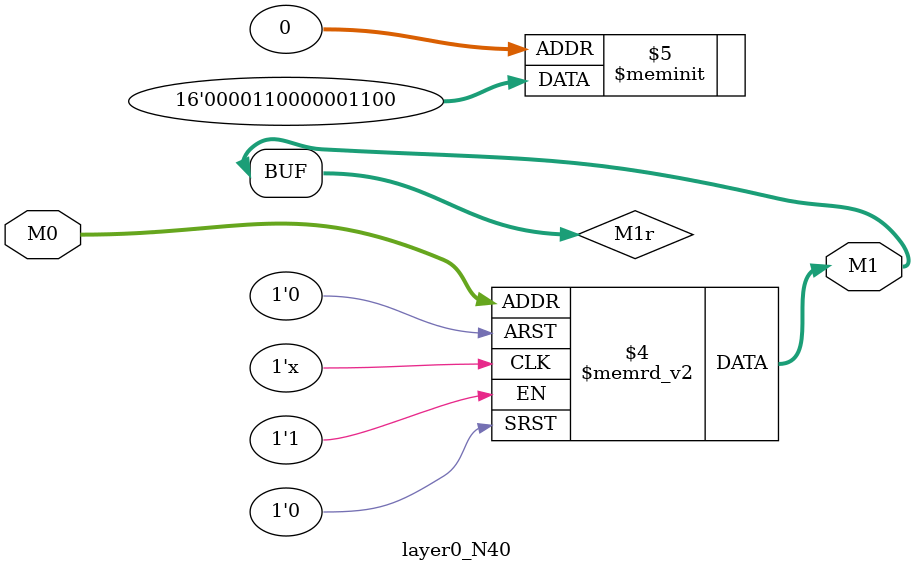
<source format=v>
module layer0_N40 ( input [2:0] M0, output [1:0] M1 );

	(*rom_style = "distributed" *) reg [1:0] M1r;
	assign M1 = M1r;
	always @ (M0) begin
		case (M0)
			3'b000: M1r = 2'b00;
			3'b100: M1r = 2'b00;
			3'b010: M1r = 2'b00;
			3'b110: M1r = 2'b00;
			3'b001: M1r = 2'b11;
			3'b101: M1r = 2'b11;
			3'b011: M1r = 2'b00;
			3'b111: M1r = 2'b00;

		endcase
	end
endmodule

</source>
